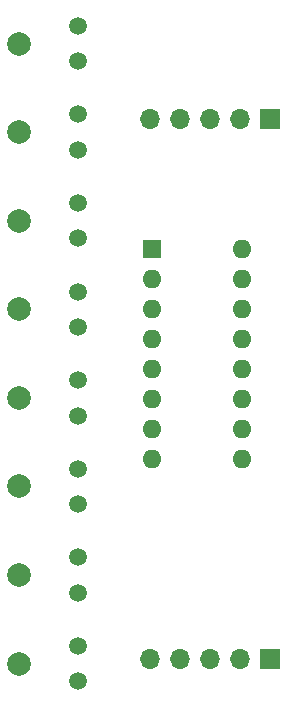
<source format=gbr>
%TF.GenerationSoftware,KiCad,Pcbnew,7.0.1*%
%TF.CreationDate,2023-08-30T09:29:14-04:00*%
%TF.ProjectId,TacTile-L2,54616354-696c-4652-9d4c-322e6b696361,rev?*%
%TF.SameCoordinates,Original*%
%TF.FileFunction,Soldermask,Top*%
%TF.FilePolarity,Negative*%
%FSLAX46Y46*%
G04 Gerber Fmt 4.6, Leading zero omitted, Abs format (unit mm)*
G04 Created by KiCad (PCBNEW 7.0.1) date 2023-08-30 09:29:14*
%MOMM*%
%LPD*%
G01*
G04 APERTURE LIST*
%ADD10R,1.700000X1.700000*%
%ADD11O,1.700000X1.700000*%
%ADD12C,2.000000*%
%ADD13C,1.500000*%
%ADD14R,1.600000X1.600000*%
%ADD15O,1.600000X1.600000*%
G04 APERTURE END LIST*
D10*
%TO.C,J1*%
X48000000Y-35100000D03*
D11*
X45460000Y-35100000D03*
X42920000Y-35100000D03*
X40380000Y-35100000D03*
X37840000Y-35100000D03*
%TD*%
D12*
%TO.C,R2*%
X26750000Y-36250000D03*
D13*
X31750000Y-34750000D03*
X31750000Y-37750000D03*
%TD*%
D12*
%TO.C,R8*%
X26750000Y-81250000D03*
D13*
X31750000Y-79750000D03*
X31750000Y-82750000D03*
%TD*%
D12*
%TO.C,R6*%
X26750000Y-66250000D03*
D13*
X31750000Y-64750000D03*
X31750000Y-67750000D03*
%TD*%
D12*
%TO.C,R4*%
X26750000Y-51250000D03*
D13*
X31750000Y-49750000D03*
X31750000Y-52750000D03*
%TD*%
D12*
%TO.C,R7*%
X26750000Y-73750000D03*
D13*
X31750000Y-72250000D03*
X31750000Y-75250000D03*
%TD*%
D12*
%TO.C,R3*%
X26750000Y-43750000D03*
D13*
X31750000Y-42250000D03*
X31750000Y-45250000D03*
%TD*%
D14*
%TO.C,U1*%
X38000000Y-46125000D03*
D15*
X38000000Y-48665000D03*
X38000000Y-51205000D03*
X38000000Y-53745000D03*
X38000000Y-56285000D03*
X38000000Y-58825000D03*
X38000000Y-61365000D03*
X38000000Y-63905000D03*
X45620000Y-63905000D03*
X45620000Y-61365000D03*
X45620000Y-58825000D03*
X45620000Y-56285000D03*
X45620000Y-53745000D03*
X45620000Y-51205000D03*
X45620000Y-48665000D03*
X45620000Y-46125000D03*
%TD*%
D12*
%TO.C,R1*%
X26750000Y-28750000D03*
D13*
X31750000Y-27250000D03*
X31750000Y-30250000D03*
%TD*%
D12*
%TO.C,R5*%
X26750000Y-58750000D03*
D13*
X31750000Y-57250000D03*
X31750000Y-60250000D03*
%TD*%
D10*
%TO.C,J2*%
X48000000Y-80875000D03*
D11*
X45460000Y-80875000D03*
X42920000Y-80875000D03*
X40380000Y-80875000D03*
X37840000Y-80875000D03*
%TD*%
M02*

</source>
